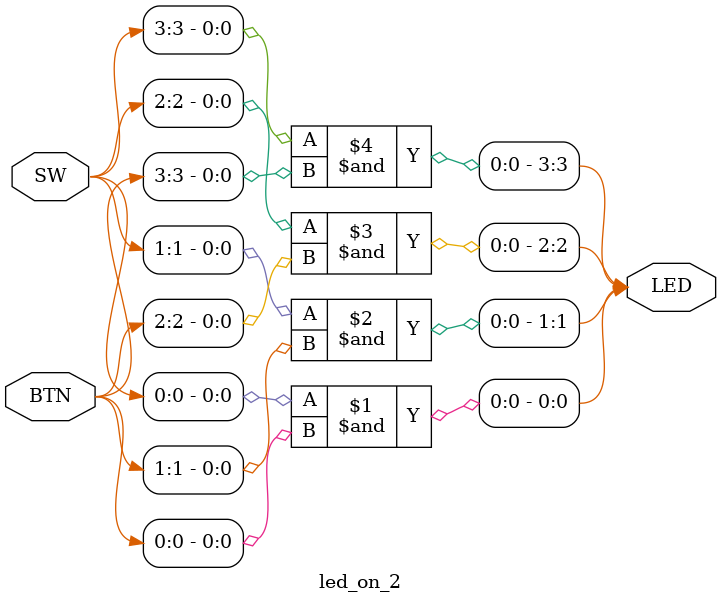
<source format=v>
module led_on_2(
	input		[3:0] SW,
  input		[3:0] BTN,
  output	[3:0] LED
);
    
  assign LED[0] = SW[0] & BTN[0];
  assign LED[1] = SW[1] & BTN[1];
  assign LED[2] = SW[2] & BTN[2];
  assign LED[3] = SW[3] & BTN[3];
     
endmodule
	

</source>
